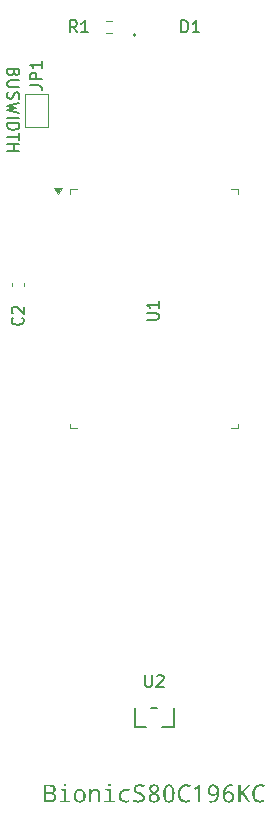
<source format=gbr>
G04 #@! TF.GenerationSoftware,KiCad,Pcbnew,9.0.6-9.0.6~ubuntu25.10.1*
G04 #@! TF.CreationDate,2025-12-22T11:42:11+09:00*
G04 #@! TF.ProjectId,bionic-s80c196kc,62696f6e-6963-42d7-9338-30633139366b,1*
G04 #@! TF.SameCoordinates,Original*
G04 #@! TF.FileFunction,Legend,Top*
G04 #@! TF.FilePolarity,Positive*
%FSLAX46Y46*%
G04 Gerber Fmt 4.6, Leading zero omitted, Abs format (unit mm)*
G04 Created by KiCad (PCBNEW 9.0.6-9.0.6~ubuntu25.10.1) date 2025-12-22 11:42:11*
%MOMM*%
%LPD*%
G01*
G04 APERTURE LIST*
%ADD10C,0.150000*%
%ADD11C,0.120000*%
%ADD12C,0.152400*%
G04 APERTURE END LIST*
D10*
G36*
X104993716Y-135930957D02*
G01*
X105106128Y-135949966D01*
X105191520Y-135978097D01*
X105255303Y-136013448D01*
X105308968Y-136062979D01*
X105348034Y-136125540D01*
X105372897Y-136203979D01*
X105381882Y-136302509D01*
X105372535Y-136386661D01*
X105345676Y-136458404D01*
X105301374Y-136520496D01*
X105242903Y-136569933D01*
X105171313Y-136605161D01*
X105083662Y-136625917D01*
X105083662Y-136636175D01*
X105195923Y-136664284D01*
X105280376Y-136704758D01*
X105342709Y-136756106D01*
X105386761Y-136818717D01*
X105414106Y-136894817D01*
X105423831Y-136988160D01*
X105414976Y-137088321D01*
X105389834Y-137173279D01*
X105349405Y-137245916D01*
X105293130Y-137308270D01*
X105225032Y-137357334D01*
X105144672Y-137393492D01*
X105049694Y-137416373D01*
X104937116Y-137424500D01*
X104397095Y-137424500D01*
X104397095Y-137261559D01*
X104588704Y-137261559D01*
X104903319Y-137261559D01*
X105009384Y-137252123D01*
X105087955Y-137226830D01*
X105145547Y-137188364D01*
X105186528Y-137136684D01*
X105212491Y-137069043D01*
X105221964Y-136980466D01*
X105212664Y-136900542D01*
X105186883Y-136838595D01*
X105145423Y-136790312D01*
X105085900Y-136753629D01*
X105003160Y-136729119D01*
X104889947Y-136719889D01*
X104588704Y-136719889D01*
X104588704Y-137261559D01*
X104397095Y-137261559D01*
X104397095Y-136556949D01*
X104588704Y-136556949D01*
X104879780Y-136556949D01*
X104985523Y-136549385D01*
X105060696Y-136529652D01*
X105112879Y-136500895D01*
X105151851Y-136458117D01*
X105176849Y-136398221D01*
X105186152Y-136315240D01*
X105176444Y-136237708D01*
X105150002Y-136181028D01*
X105107750Y-136139843D01*
X105052510Y-136112816D01*
X104972378Y-136094044D01*
X104859264Y-136086812D01*
X104588704Y-136086812D01*
X104588704Y-136556949D01*
X104397095Y-136556949D01*
X104397095Y-135923871D01*
X104847998Y-135923871D01*
X104993716Y-135930957D01*
G37*
G36*
X106166268Y-135835944D02*
G01*
X106214961Y-135843664D01*
X106247097Y-135864434D01*
X106267225Y-135898856D01*
X106274895Y-135952631D01*
X106266131Y-136006334D01*
X106242563Y-136041291D01*
X106207437Y-136063110D01*
X106166268Y-136070417D01*
X106117124Y-136062625D01*
X106084691Y-136041660D01*
X106064376Y-136006914D01*
X106056634Y-135952631D01*
X106064343Y-135898950D01*
X106084606Y-135864522D01*
X106117033Y-135843697D01*
X106166268Y-135835944D01*
G37*
G36*
X106071929Y-136445574D02*
G01*
X105796332Y-136424233D01*
X105796332Y-136299028D01*
X106258500Y-136299028D01*
X106258500Y-137277954D01*
X106619186Y-137298470D01*
X106619186Y-137424500D01*
X105719487Y-137424500D01*
X105719487Y-137298470D01*
X106071929Y-137277954D01*
X106071929Y-136445574D01*
G37*
G36*
X107516364Y-136291777D02*
G01*
X107611935Y-136321647D01*
X107697052Y-136370695D01*
X107773508Y-136440353D01*
X107834089Y-136523333D01*
X107878354Y-136619595D01*
X107906132Y-136731641D01*
X107915932Y-136862680D01*
X107906111Y-136998302D01*
X107878469Y-137112635D01*
X107834792Y-137209297D01*
X107775523Y-137291143D01*
X107700281Y-137359204D01*
X107614431Y-137407664D01*
X107515867Y-137437517D01*
X107401557Y-137447947D01*
X107293992Y-137437632D01*
X107198988Y-137407756D01*
X107113973Y-137358580D01*
X107037208Y-137288578D01*
X106976511Y-137205290D01*
X106932096Y-137108379D01*
X106904184Y-136995273D01*
X106894325Y-136862680D01*
X107086941Y-136862680D01*
X107095575Y-136992761D01*
X107118764Y-137091817D01*
X107153483Y-137166285D01*
X107198313Y-137221293D01*
X107253625Y-137260274D01*
X107321531Y-137284571D01*
X107405587Y-137293250D01*
X107489311Y-137284585D01*
X107556973Y-137260323D01*
X107612110Y-137221383D01*
X107656820Y-137166403D01*
X107691462Y-137091937D01*
X107714606Y-136992845D01*
X107723225Y-136862680D01*
X107714613Y-136734148D01*
X107691464Y-136636160D01*
X107656764Y-136562379D01*
X107611880Y-136507774D01*
X107556395Y-136469002D01*
X107488154Y-136444796D01*
X107403572Y-136436140D01*
X107319985Y-136444752D01*
X107252479Y-136468855D01*
X107197517Y-136507508D01*
X107152992Y-136562029D01*
X107118524Y-136635803D01*
X107095509Y-136733897D01*
X107086941Y-136862680D01*
X106894325Y-136862680D01*
X106904043Y-136727982D01*
X106931389Y-136614445D01*
X106974586Y-136518476D01*
X107033178Y-136437239D01*
X107107643Y-136369805D01*
X107193256Y-136321643D01*
X107292219Y-136291874D01*
X107407693Y-136281443D01*
X107516364Y-136291777D01*
G37*
G36*
X108944134Y-137424500D02*
G01*
X108944134Y-136701846D01*
X108936098Y-136614143D01*
X108914486Y-136548869D01*
X108881432Y-136500713D01*
X108836708Y-136466199D01*
X108777779Y-136444198D01*
X108700227Y-136436140D01*
X108616362Y-136444532D01*
X108548923Y-136467944D01*
X108494332Y-136505290D01*
X108450385Y-136557628D01*
X108416554Y-136628009D01*
X108394057Y-136721116D01*
X108385703Y-136842896D01*
X108385703Y-137424500D01*
X108199223Y-137424500D01*
X108199223Y-136299028D01*
X108349891Y-136299028D01*
X108377551Y-136453543D01*
X108387809Y-136453543D01*
X108434586Y-136392377D01*
X108490743Y-136345230D01*
X108557498Y-136310826D01*
X108636970Y-136289147D01*
X108732009Y-136281443D01*
X108844173Y-136290951D01*
X108932294Y-136317033D01*
X109001416Y-136357486D01*
X109055122Y-136412227D01*
X109095141Y-136483294D01*
X109121109Y-136574575D01*
X109130613Y-136691405D01*
X109130613Y-137424500D01*
X108944134Y-137424500D01*
G37*
G36*
X109942751Y-135835944D02*
G01*
X109991444Y-135843664D01*
X110023579Y-135864434D01*
X110043708Y-135898856D01*
X110051378Y-135952631D01*
X110042614Y-136006334D01*
X110019046Y-136041291D01*
X109983920Y-136063110D01*
X109942751Y-136070417D01*
X109893607Y-136062625D01*
X109861174Y-136041660D01*
X109840859Y-136006914D01*
X109833116Y-135952631D01*
X109840826Y-135898950D01*
X109861089Y-135864522D01*
X109893516Y-135843697D01*
X109942751Y-135835944D01*
G37*
G36*
X109848412Y-136445574D02*
G01*
X109572815Y-136424233D01*
X109572815Y-136299028D01*
X110034983Y-136299028D01*
X110034983Y-137277954D01*
X110395669Y-137298470D01*
X110395669Y-137424500D01*
X109495970Y-137424500D01*
X109495970Y-137298470D01*
X109848412Y-137277954D01*
X109848412Y-136445574D01*
G37*
G36*
X111640117Y-136341893D02*
G01*
X111576552Y-136503826D01*
X111472491Y-136469363D01*
X111381606Y-136450314D01*
X111301962Y-136444383D01*
X111196976Y-136453824D01*
X111113825Y-136479870D01*
X111047885Y-136520656D01*
X110996006Y-136576524D01*
X110956892Y-136649962D01*
X110931282Y-136745295D01*
X110921859Y-136868267D01*
X110931073Y-136989439D01*
X110956098Y-137083283D01*
X110994276Y-137155479D01*
X111044838Y-137210313D01*
X111109001Y-137250281D01*
X111189797Y-137275773D01*
X111291704Y-137285006D01*
X111397886Y-137278181D01*
X111507227Y-137257300D01*
X111620608Y-137221442D01*
X111620608Y-137385390D01*
X111527009Y-137418837D01*
X111415704Y-137440282D01*
X111283461Y-137447947D01*
X111152647Y-137437556D01*
X111043339Y-137408347D01*
X110951635Y-137362077D01*
X110874599Y-137298837D01*
X110813566Y-137220413D01*
X110768349Y-137125374D01*
X110739495Y-137010309D01*
X110729152Y-136870831D01*
X110736044Y-136753118D01*
X110755451Y-136652757D01*
X110785931Y-136567178D01*
X110826708Y-136494199D01*
X110877713Y-136432110D01*
X110956244Y-136368306D01*
X111049918Y-136321538D01*
X111161775Y-136291971D01*
X111295826Y-136281443D01*
X111416275Y-136288292D01*
X111530736Y-136308512D01*
X111640117Y-136341893D01*
G37*
G36*
X111956197Y-137378154D02*
G01*
X111956197Y-137196804D01*
X112102347Y-137246600D01*
X112243338Y-137275548D01*
X112380447Y-137285006D01*
X112505818Y-137275707D01*
X112596169Y-137251241D01*
X112659909Y-137215216D01*
X112703292Y-137168809D01*
X112729711Y-137110551D01*
X112739118Y-137036611D01*
X112730545Y-136968953D01*
X112706424Y-136915363D01*
X112666853Y-136872480D01*
X112614468Y-136838459D01*
X112522260Y-136793822D01*
X112374311Y-136736101D01*
X112235563Y-136677935D01*
X112136388Y-136618038D01*
X112068396Y-136557132D01*
X112028728Y-136502698D01*
X111999937Y-136440535D01*
X111981997Y-136369204D01*
X111975706Y-136286847D01*
X111984398Y-136200218D01*
X112009254Y-136126349D01*
X112049790Y-136062605D01*
X112107323Y-136007311D01*
X112174939Y-135965253D01*
X112255906Y-135933719D01*
X112352762Y-135913515D01*
X112468558Y-135906286D01*
X112623377Y-135915558D01*
X112764864Y-135942490D01*
X112894823Y-135986245D01*
X112829243Y-136154223D01*
X112695497Y-136108489D01*
X112573126Y-136082604D01*
X112460406Y-136074356D01*
X112356097Y-136082278D01*
X112280664Y-136103167D01*
X112227192Y-136134050D01*
X112190587Y-136174043D01*
X112168177Y-136224525D01*
X112160171Y-136288862D01*
X112168045Y-136355705D01*
X112190459Y-136410902D01*
X112227307Y-136457115D01*
X112276808Y-136493869D01*
X112364102Y-136538876D01*
X112504462Y-136593494D01*
X112670982Y-136662516D01*
X112777789Y-136724444D01*
X112841059Y-136779698D01*
X112887145Y-136847956D01*
X112915573Y-136929029D01*
X112925597Y-137026353D01*
X112916193Y-137122121D01*
X112889311Y-137203858D01*
X112845552Y-137274419D01*
X112783631Y-137335656D01*
X112710740Y-137382036D01*
X112621551Y-137417101D01*
X112512773Y-137439771D01*
X112380447Y-137447947D01*
X112199268Y-137438785D01*
X112060621Y-137414294D01*
X111956197Y-137378154D01*
G37*
G36*
X113793649Y-135907125D02*
G01*
X113874491Y-135926151D01*
X113944377Y-135956472D01*
X114004998Y-135997877D01*
X114055909Y-136050610D01*
X114091970Y-136110979D01*
X114114127Y-136180507D01*
X114121868Y-136261476D01*
X114111686Y-136349417D01*
X114081747Y-136428362D01*
X114031165Y-136500688D01*
X113956771Y-136567735D01*
X113853415Y-136629672D01*
X113960604Y-136693854D01*
X114041144Y-136758882D01*
X114099487Y-136824733D01*
X114139104Y-136891900D01*
X114162297Y-136961396D01*
X114170045Y-137034688D01*
X114161524Y-137125709D01*
X114137060Y-137204576D01*
X114097182Y-137273679D01*
X114040902Y-137334649D01*
X113973606Y-137382832D01*
X113895719Y-137418056D01*
X113805265Y-137440156D01*
X113699725Y-137447947D01*
X113588538Y-137440359D01*
X113495904Y-137419146D01*
X113418680Y-137385932D01*
X113354335Y-137341335D01*
X113301021Y-137283906D01*
X113262705Y-137216499D01*
X113238838Y-137137123D01*
X113230412Y-137042931D01*
X113412862Y-137042931D01*
X113421214Y-137120277D01*
X113444135Y-137179440D01*
X113480388Y-137224745D01*
X113531460Y-137258545D01*
X113601286Y-137280812D01*
X113695695Y-137289128D01*
X113786267Y-137280748D01*
X113856652Y-137257783D01*
X113911300Y-137221992D01*
X113952988Y-137172550D01*
X113978584Y-137111333D01*
X113987687Y-137034780D01*
X113980540Y-136975679D01*
X113959330Y-136921667D01*
X113923116Y-136871198D01*
X113876344Y-136828050D01*
X113805514Y-136779229D01*
X113703847Y-136724011D01*
X113673072Y-136709631D01*
X113571313Y-136768258D01*
X113499041Y-136830332D01*
X113450628Y-136895888D01*
X113422374Y-136966049D01*
X113412862Y-137042931D01*
X113230412Y-137042931D01*
X113238228Y-136959151D01*
X113261033Y-136883651D01*
X113298794Y-136814678D01*
X113352713Y-136751004D01*
X113425132Y-136692032D01*
X113519382Y-136637824D01*
X113427509Y-136570254D01*
X113360630Y-136499460D01*
X113314849Y-136424978D01*
X113287749Y-136345579D01*
X113279747Y-136270269D01*
X113460947Y-136270269D01*
X113466862Y-136329670D01*
X113483859Y-136380952D01*
X113511689Y-136425790D01*
X113549596Y-136463652D01*
X113610502Y-136506108D01*
X113701832Y-136553743D01*
X113795856Y-136503346D01*
X113861926Y-136450196D01*
X113905707Y-136394408D01*
X113931028Y-136335062D01*
X113939510Y-136270269D01*
X113931710Y-136204614D01*
X113910000Y-136153428D01*
X113874939Y-136113282D01*
X113828993Y-136084370D01*
X113771001Y-136065927D01*
X113697710Y-136059243D01*
X113627168Y-136065854D01*
X113570564Y-136084229D01*
X113524969Y-136113282D01*
X113490234Y-136153385D01*
X113468693Y-136204568D01*
X113460947Y-136270269D01*
X113279747Y-136270269D01*
X113278589Y-136259370D01*
X113286451Y-136179094D01*
X113308992Y-136110052D01*
X113345785Y-136049960D01*
X113397932Y-135997327D01*
X113459886Y-135955850D01*
X113529823Y-135925715D01*
X113609170Y-135906972D01*
X113699725Y-135900424D01*
X113793649Y-135907125D01*
G37*
G36*
X115049220Y-135908805D02*
G01*
X115129463Y-135932827D01*
X115199651Y-135971859D01*
X115261451Y-136026688D01*
X115315666Y-136099452D01*
X115364677Y-136199187D01*
X115402798Y-136324514D01*
X115427940Y-136480671D01*
X115437116Y-136673636D01*
X115428437Y-136867762D01*
X115404747Y-137023394D01*
X115369043Y-137146798D01*
X115323530Y-137243505D01*
X115269476Y-137318177D01*
X115207101Y-137374409D01*
X115135538Y-137414501D01*
X115052916Y-137439267D01*
X114956538Y-137447947D01*
X114865231Y-137439610D01*
X114785982Y-137415681D01*
X114716463Y-137376731D01*
X114655050Y-137321906D01*
X114600981Y-137249011D01*
X114552231Y-137149281D01*
X114514277Y-137023791D01*
X114489228Y-136867252D01*
X114480081Y-136673636D01*
X114480101Y-136673178D01*
X114669583Y-136673178D01*
X114675249Y-136845671D01*
X114690303Y-136976834D01*
X114712156Y-137074328D01*
X114738734Y-137144964D01*
X114779894Y-137209978D01*
X114828879Y-137253822D01*
X114886803Y-137280012D01*
X114956538Y-137289128D01*
X115027273Y-137279961D01*
X115086099Y-137253630D01*
X115135898Y-137209597D01*
X115177822Y-137144414D01*
X115205051Y-137073475D01*
X115227389Y-136975905D01*
X115242753Y-136844991D01*
X115248530Y-136673178D01*
X115242764Y-136502511D01*
X115227419Y-136372229D01*
X115205083Y-136274910D01*
X115177822Y-136203957D01*
X115135898Y-136138774D01*
X115086099Y-136094741D01*
X115027273Y-136068410D01*
X114956538Y-136059243D01*
X114886772Y-136068339D01*
X114828839Y-136094463D01*
X114779868Y-136138173D01*
X114738734Y-136202949D01*
X114712156Y-136273327D01*
X114690303Y-136370484D01*
X114675249Y-136501217D01*
X114669583Y-136673178D01*
X114480101Y-136673178D01*
X114488712Y-136479507D01*
X114512266Y-136323943D01*
X114547749Y-136200664D01*
X114592956Y-136104124D01*
X114646606Y-136029646D01*
X114708463Y-135973612D01*
X114779369Y-135933696D01*
X114861170Y-135909057D01*
X114956538Y-135900424D01*
X115049220Y-135908805D01*
G37*
G36*
X116739999Y-137220435D02*
G01*
X116739999Y-137387222D01*
X116638473Y-137419595D01*
X116517337Y-137440467D01*
X116373177Y-137447947D01*
X116246136Y-137438991D01*
X116136674Y-137413556D01*
X116041968Y-137373031D01*
X115959758Y-137317736D01*
X115888477Y-137246904D01*
X115831319Y-137165494D01*
X115785163Y-137070054D01*
X115750445Y-136958406D01*
X115728279Y-136827914D01*
X115720407Y-136675559D01*
X115728680Y-136531450D01*
X115752229Y-136405495D01*
X115789630Y-136295197D01*
X115840149Y-136198421D01*
X115903772Y-136113465D01*
X115981341Y-136039814D01*
X116068594Y-135982674D01*
X116166886Y-135941137D01*
X116278166Y-135915304D01*
X116404867Y-135906286D01*
X116553007Y-135916707D01*
X116682870Y-135946523D01*
X116797335Y-135994397D01*
X116717376Y-136154223D01*
X116610048Y-136109006D01*
X116506315Y-136082879D01*
X116404867Y-136074356D01*
X116298007Y-136084987D01*
X116205630Y-136115552D01*
X116124748Y-136165619D01*
X116053432Y-136236838D01*
X115998419Y-136320733D01*
X115957537Y-136420036D01*
X115931532Y-136537646D01*
X115922274Y-136677116D01*
X115931335Y-136826561D01*
X115956324Y-136948055D01*
X115994727Y-137046411D01*
X116045189Y-137125638D01*
X116112056Y-137191775D01*
X116192283Y-137239422D01*
X116288593Y-137269268D01*
X116404959Y-137279877D01*
X116493117Y-137274285D01*
X116603386Y-137255566D01*
X116739999Y-137220435D01*
G37*
G36*
X117623761Y-137424500D02*
G01*
X117443418Y-137424500D01*
X117443418Y-136487614D01*
X117451661Y-136117129D01*
X117327647Y-136233266D01*
X117176980Y-136357647D01*
X117077604Y-136231251D01*
X117470071Y-135923871D01*
X117623761Y-135923871D01*
X117623761Y-137424500D01*
G37*
G36*
X118807022Y-135913635D02*
G01*
X118885353Y-135934851D01*
X118955444Y-135969431D01*
X119018647Y-136017883D01*
X119075754Y-136081683D01*
X119130329Y-136171483D01*
X119171470Y-136279930D01*
X119197954Y-136410621D01*
X119207462Y-136567848D01*
X119198566Y-136761066D01*
X119173912Y-136921192D01*
X119136078Y-137053083D01*
X119086929Y-137161045D01*
X119027519Y-137248727D01*
X118958021Y-137318989D01*
X118877711Y-137373752D01*
X118785017Y-137413868D01*
X118677637Y-137439063D01*
X118552678Y-137447947D01*
X118450069Y-137442827D01*
X118376456Y-137429537D01*
X118376456Y-137269619D01*
X118450124Y-137292844D01*
X118546541Y-137301401D01*
X118659775Y-137291339D01*
X118752466Y-137263191D01*
X118828691Y-137218569D01*
X118891290Y-137157054D01*
X118937941Y-137083349D01*
X118975780Y-136986325D01*
X119003035Y-136860466D01*
X119016861Y-136699281D01*
X119004588Y-136699281D01*
X118960215Y-136762304D01*
X118907771Y-136810126D01*
X118846392Y-136844515D01*
X118774297Y-136865932D01*
X118688965Y-136873488D01*
X118590864Y-136865158D01*
X118507897Y-136841570D01*
X118437259Y-136803814D01*
X118376914Y-136751580D01*
X118329123Y-136687715D01*
X118293926Y-136611945D01*
X118271637Y-136521937D01*
X118263742Y-136415166D01*
X118444051Y-136415166D01*
X118452878Y-136512994D01*
X118476946Y-136588323D01*
X118514209Y-136646159D01*
X118566060Y-136690056D01*
X118631452Y-136717213D01*
X118714519Y-136726942D01*
X118797892Y-136717257D01*
X118869754Y-136689238D01*
X118932781Y-136642587D01*
X118982872Y-136582015D01*
X119011433Y-136518965D01*
X119020891Y-136451436D01*
X119011402Y-136349790D01*
X118983960Y-136260124D01*
X118938917Y-136180052D01*
X118893502Y-136128835D01*
X118842848Y-136093570D01*
X118785867Y-136072398D01*
X118720656Y-136065105D01*
X118637521Y-136075718D01*
X118570869Y-136105737D01*
X118516774Y-136155230D01*
X118478422Y-136219344D01*
X118453328Y-136304030D01*
X118444051Y-136415166D01*
X118263742Y-136415166D01*
X118263708Y-136414708D01*
X118272324Y-136297126D01*
X118296593Y-136197903D01*
X118334988Y-136113902D01*
X118387173Y-136042665D01*
X118453261Y-135983657D01*
X118529114Y-135941485D01*
X118616660Y-135915417D01*
X118718641Y-135906286D01*
X118807022Y-135913635D01*
G37*
G36*
X120279124Y-135911676D02*
G01*
X120353541Y-135925795D01*
X120353541Y-136084614D01*
X120277516Y-136070316D01*
X120183457Y-136065105D01*
X120070118Y-136075084D01*
X119977377Y-136102983D01*
X119901161Y-136147166D01*
X119838616Y-136207987D01*
X119791967Y-136280933D01*
X119754162Y-136376924D01*
X119726945Y-136501409D01*
X119713137Y-136660813D01*
X119725410Y-136660813D01*
X119769402Y-136597810D01*
X119821542Y-136549999D01*
X119882701Y-136515607D01*
X119954677Y-136494173D01*
X120040025Y-136486607D01*
X120138644Y-136494978D01*
X120221925Y-136518670D01*
X120292716Y-136556568D01*
X120353083Y-136608973D01*
X120401012Y-136673041D01*
X120436200Y-136748510D01*
X120458410Y-136837584D01*
X120466290Y-136943097D01*
X120457673Y-137060057D01*
X120433405Y-137158670D01*
X120395016Y-137242083D01*
X120342825Y-137312758D01*
X120276811Y-137371198D01*
X120200986Y-137413012D01*
X120113413Y-137438882D01*
X120011357Y-137447947D01*
X119923795Y-137440721D01*
X119845915Y-137419834D01*
X119775980Y-137385757D01*
X119712684Y-137337993D01*
X119655251Y-137275114D01*
X119600487Y-137186558D01*
X119559025Y-137078332D01*
X119532206Y-136946508D01*
X119529771Y-136906186D01*
X119709015Y-136906186D01*
X119718630Y-137007501D01*
X119746408Y-137096528D01*
X119791996Y-137175738D01*
X119837849Y-137226336D01*
X119888522Y-137261132D01*
X119945055Y-137281971D01*
X120009250Y-137289128D01*
X120091717Y-137278538D01*
X120158260Y-137248497D01*
X120212674Y-137198819D01*
X120251476Y-137134546D01*
X120276683Y-137050813D01*
X120285947Y-136942181D01*
X120277118Y-136845245D01*
X120253033Y-136770574D01*
X120215697Y-136713203D01*
X120163957Y-136669746D01*
X120098573Y-136642813D01*
X120015387Y-136633153D01*
X119931934Y-136642720D01*
X119860068Y-136670370D01*
X119797126Y-136716317D01*
X119747077Y-136776092D01*
X119718499Y-136838705D01*
X119709015Y-136906186D01*
X119529771Y-136906186D01*
X119522536Y-136786385D01*
X119531432Y-136593166D01*
X119556086Y-136433041D01*
X119593920Y-136301149D01*
X119643069Y-136193188D01*
X119702479Y-136105506D01*
X119771977Y-136035243D01*
X119852287Y-135980481D01*
X119944980Y-135940365D01*
X120052360Y-135915169D01*
X120177320Y-135906286D01*
X120279124Y-135911676D01*
G37*
G36*
X121851147Y-137424500D02*
G01*
X121634900Y-137424500D01*
X121173831Y-136708074D01*
X121030308Y-136825036D01*
X121030308Y-137424500D01*
X120839798Y-137424500D01*
X120839798Y-135923871D01*
X121030308Y-135923871D01*
X121030308Y-136674185D01*
X121154322Y-136501719D01*
X121618506Y-135923871D01*
X121832645Y-135923871D01*
X121298853Y-136577740D01*
X121851147Y-137424500D01*
G37*
G36*
X123034137Y-137220435D02*
G01*
X123034137Y-137387222D01*
X122932611Y-137419595D01*
X122811475Y-137440467D01*
X122667315Y-137447947D01*
X122540274Y-137438991D01*
X122430812Y-137413556D01*
X122336106Y-137373031D01*
X122253896Y-137317736D01*
X122182615Y-137246904D01*
X122125457Y-137165494D01*
X122079302Y-137070054D01*
X122044584Y-136958406D01*
X122022417Y-136827914D01*
X122014545Y-136675559D01*
X122022818Y-136531450D01*
X122046367Y-136405495D01*
X122083768Y-136295197D01*
X122134287Y-136198421D01*
X122197911Y-136113465D01*
X122275479Y-136039814D01*
X122362732Y-135982674D01*
X122461024Y-135941137D01*
X122572304Y-135915304D01*
X122699005Y-135906286D01*
X122847145Y-135916707D01*
X122977008Y-135946523D01*
X123091473Y-135994397D01*
X123011514Y-136154223D01*
X122904186Y-136109006D01*
X122800454Y-136082879D01*
X122699005Y-136074356D01*
X122592145Y-136084987D01*
X122499768Y-136115552D01*
X122418887Y-136165619D01*
X122347570Y-136236838D01*
X122292557Y-136320733D01*
X122251675Y-136420036D01*
X122225670Y-136537646D01*
X122216412Y-136677116D01*
X122225474Y-136826561D01*
X122250463Y-136948055D01*
X122288865Y-137046411D01*
X122339327Y-137125638D01*
X122406194Y-137191775D01*
X122486421Y-137239422D01*
X122582732Y-137269268D01*
X122699097Y-137279877D01*
X122787256Y-137274285D01*
X122897524Y-137255566D01*
X123034137Y-137220435D01*
G37*
X101805590Y-75645543D02*
X101757971Y-75788400D01*
X101757971Y-75788400D02*
X101710352Y-75836019D01*
X101710352Y-75836019D02*
X101615114Y-75883638D01*
X101615114Y-75883638D02*
X101472257Y-75883638D01*
X101472257Y-75883638D02*
X101377019Y-75836019D01*
X101377019Y-75836019D02*
X101329400Y-75788400D01*
X101329400Y-75788400D02*
X101281780Y-75693162D01*
X101281780Y-75693162D02*
X101281780Y-75312210D01*
X101281780Y-75312210D02*
X102281780Y-75312210D01*
X102281780Y-75312210D02*
X102281780Y-75645543D01*
X102281780Y-75645543D02*
X102234161Y-75740781D01*
X102234161Y-75740781D02*
X102186542Y-75788400D01*
X102186542Y-75788400D02*
X102091304Y-75836019D01*
X102091304Y-75836019D02*
X101996066Y-75836019D01*
X101996066Y-75836019D02*
X101900828Y-75788400D01*
X101900828Y-75788400D02*
X101853209Y-75740781D01*
X101853209Y-75740781D02*
X101805590Y-75645543D01*
X101805590Y-75645543D02*
X101805590Y-75312210D01*
X102281780Y-76312210D02*
X101472257Y-76312210D01*
X101472257Y-76312210D02*
X101377019Y-76359829D01*
X101377019Y-76359829D02*
X101329400Y-76407448D01*
X101329400Y-76407448D02*
X101281780Y-76502686D01*
X101281780Y-76502686D02*
X101281780Y-76693162D01*
X101281780Y-76693162D02*
X101329400Y-76788400D01*
X101329400Y-76788400D02*
X101377019Y-76836019D01*
X101377019Y-76836019D02*
X101472257Y-76883638D01*
X101472257Y-76883638D02*
X102281780Y-76883638D01*
X101329400Y-77312210D02*
X101281780Y-77455067D01*
X101281780Y-77455067D02*
X101281780Y-77693162D01*
X101281780Y-77693162D02*
X101329400Y-77788400D01*
X101329400Y-77788400D02*
X101377019Y-77836019D01*
X101377019Y-77836019D02*
X101472257Y-77883638D01*
X101472257Y-77883638D02*
X101567495Y-77883638D01*
X101567495Y-77883638D02*
X101662733Y-77836019D01*
X101662733Y-77836019D02*
X101710352Y-77788400D01*
X101710352Y-77788400D02*
X101757971Y-77693162D01*
X101757971Y-77693162D02*
X101805590Y-77502686D01*
X101805590Y-77502686D02*
X101853209Y-77407448D01*
X101853209Y-77407448D02*
X101900828Y-77359829D01*
X101900828Y-77359829D02*
X101996066Y-77312210D01*
X101996066Y-77312210D02*
X102091304Y-77312210D01*
X102091304Y-77312210D02*
X102186542Y-77359829D01*
X102186542Y-77359829D02*
X102234161Y-77407448D01*
X102234161Y-77407448D02*
X102281780Y-77502686D01*
X102281780Y-77502686D02*
X102281780Y-77740781D01*
X102281780Y-77740781D02*
X102234161Y-77883638D01*
X102281780Y-78216972D02*
X101281780Y-78455067D01*
X101281780Y-78455067D02*
X101996066Y-78645543D01*
X101996066Y-78645543D02*
X101281780Y-78836019D01*
X101281780Y-78836019D02*
X102281780Y-79074115D01*
X101281780Y-79455067D02*
X102281780Y-79455067D01*
X101281780Y-79931257D02*
X102281780Y-79931257D01*
X102281780Y-79931257D02*
X102281780Y-80169352D01*
X102281780Y-80169352D02*
X102234161Y-80312209D01*
X102234161Y-80312209D02*
X102138923Y-80407447D01*
X102138923Y-80407447D02*
X102043685Y-80455066D01*
X102043685Y-80455066D02*
X101853209Y-80502685D01*
X101853209Y-80502685D02*
X101710352Y-80502685D01*
X101710352Y-80502685D02*
X101519876Y-80455066D01*
X101519876Y-80455066D02*
X101424638Y-80407447D01*
X101424638Y-80407447D02*
X101329400Y-80312209D01*
X101329400Y-80312209D02*
X101281780Y-80169352D01*
X101281780Y-80169352D02*
X101281780Y-79931257D01*
X102281780Y-80788400D02*
X102281780Y-81359828D01*
X101281780Y-81074114D02*
X102281780Y-81074114D01*
X101281780Y-81693162D02*
X102281780Y-81693162D01*
X101805590Y-81693162D02*
X101805590Y-82264590D01*
X101281780Y-82264590D02*
X102281780Y-82264590D01*
X107157933Y-72232819D02*
X106824600Y-71756628D01*
X106586505Y-72232819D02*
X106586505Y-71232819D01*
X106586505Y-71232819D02*
X106967457Y-71232819D01*
X106967457Y-71232819D02*
X107062695Y-71280438D01*
X107062695Y-71280438D02*
X107110314Y-71328057D01*
X107110314Y-71328057D02*
X107157933Y-71423295D01*
X107157933Y-71423295D02*
X107157933Y-71566152D01*
X107157933Y-71566152D02*
X107110314Y-71661390D01*
X107110314Y-71661390D02*
X107062695Y-71709009D01*
X107062695Y-71709009D02*
X106967457Y-71756628D01*
X106967457Y-71756628D02*
X106586505Y-71756628D01*
X108110314Y-72232819D02*
X107538886Y-72232819D01*
X107824600Y-72232819D02*
X107824600Y-71232819D01*
X107824600Y-71232819D02*
X107729362Y-71375676D01*
X107729362Y-71375676D02*
X107634124Y-71470914D01*
X107634124Y-71470914D02*
X107538886Y-71518533D01*
X113078619Y-96593704D02*
X113888142Y-96593704D01*
X113888142Y-96593704D02*
X113983380Y-96546085D01*
X113983380Y-96546085D02*
X114031000Y-96498466D01*
X114031000Y-96498466D02*
X114078619Y-96403228D01*
X114078619Y-96403228D02*
X114078619Y-96212752D01*
X114078619Y-96212752D02*
X114031000Y-96117514D01*
X114031000Y-96117514D02*
X113983380Y-96069895D01*
X113983380Y-96069895D02*
X113888142Y-96022276D01*
X113888142Y-96022276D02*
X113078619Y-96022276D01*
X114078619Y-95022276D02*
X114078619Y-95593704D01*
X114078619Y-95307990D02*
X113078619Y-95307990D01*
X113078619Y-95307990D02*
X113221476Y-95403228D01*
X113221476Y-95403228D02*
X113316714Y-95498466D01*
X113316714Y-95498466D02*
X113364333Y-95593704D01*
X116009905Y-72232819D02*
X116009905Y-71232819D01*
X116009905Y-71232819D02*
X116248000Y-71232819D01*
X116248000Y-71232819D02*
X116390857Y-71280438D01*
X116390857Y-71280438D02*
X116486095Y-71375676D01*
X116486095Y-71375676D02*
X116533714Y-71470914D01*
X116533714Y-71470914D02*
X116581333Y-71661390D01*
X116581333Y-71661390D02*
X116581333Y-71804247D01*
X116581333Y-71804247D02*
X116533714Y-71994723D01*
X116533714Y-71994723D02*
X116486095Y-72089961D01*
X116486095Y-72089961D02*
X116390857Y-72185200D01*
X116390857Y-72185200D02*
X116248000Y-72232819D01*
X116248000Y-72232819D02*
X116009905Y-72232819D01*
X117533714Y-72232819D02*
X116962286Y-72232819D01*
X117248000Y-72232819D02*
X117248000Y-71232819D01*
X117248000Y-71232819D02*
X117152762Y-71375676D01*
X117152762Y-71375676D02*
X117057524Y-71470914D01*
X117057524Y-71470914D02*
X116962286Y-71518533D01*
X103198019Y-76702633D02*
X103912304Y-76702633D01*
X103912304Y-76702633D02*
X104055161Y-76750252D01*
X104055161Y-76750252D02*
X104150400Y-76845490D01*
X104150400Y-76845490D02*
X104198019Y-76988347D01*
X104198019Y-76988347D02*
X104198019Y-77083585D01*
X104198019Y-76226442D02*
X103198019Y-76226442D01*
X103198019Y-76226442D02*
X103198019Y-75845490D01*
X103198019Y-75845490D02*
X103245638Y-75750252D01*
X103245638Y-75750252D02*
X103293257Y-75702633D01*
X103293257Y-75702633D02*
X103388495Y-75655014D01*
X103388495Y-75655014D02*
X103531352Y-75655014D01*
X103531352Y-75655014D02*
X103626590Y-75702633D01*
X103626590Y-75702633D02*
X103674209Y-75750252D01*
X103674209Y-75750252D02*
X103721828Y-75845490D01*
X103721828Y-75845490D02*
X103721828Y-76226442D01*
X104198019Y-74702633D02*
X104198019Y-75274061D01*
X104198019Y-74988347D02*
X103198019Y-74988347D01*
X103198019Y-74988347D02*
X103340876Y-75083585D01*
X103340876Y-75083585D02*
X103436114Y-75178823D01*
X103436114Y-75178823D02*
X103483733Y-75274061D01*
X102553380Y-96404866D02*
X102601000Y-96452485D01*
X102601000Y-96452485D02*
X102648619Y-96595342D01*
X102648619Y-96595342D02*
X102648619Y-96690580D01*
X102648619Y-96690580D02*
X102601000Y-96833437D01*
X102601000Y-96833437D02*
X102505761Y-96928675D01*
X102505761Y-96928675D02*
X102410523Y-96976294D01*
X102410523Y-96976294D02*
X102220047Y-97023913D01*
X102220047Y-97023913D02*
X102077190Y-97023913D01*
X102077190Y-97023913D02*
X101886714Y-96976294D01*
X101886714Y-96976294D02*
X101791476Y-96928675D01*
X101791476Y-96928675D02*
X101696238Y-96833437D01*
X101696238Y-96833437D02*
X101648619Y-96690580D01*
X101648619Y-96690580D02*
X101648619Y-96595342D01*
X101648619Y-96595342D02*
X101696238Y-96452485D01*
X101696238Y-96452485D02*
X101743857Y-96404866D01*
X101743857Y-96023913D02*
X101696238Y-95976294D01*
X101696238Y-95976294D02*
X101648619Y-95881056D01*
X101648619Y-95881056D02*
X101648619Y-95642961D01*
X101648619Y-95642961D02*
X101696238Y-95547723D01*
X101696238Y-95547723D02*
X101743857Y-95500104D01*
X101743857Y-95500104D02*
X101839095Y-95452485D01*
X101839095Y-95452485D02*
X101934333Y-95452485D01*
X101934333Y-95452485D02*
X102077190Y-95500104D01*
X102077190Y-95500104D02*
X102648619Y-96071532D01*
X102648619Y-96071532D02*
X102648619Y-95452485D01*
X112938095Y-126654819D02*
X112938095Y-127464342D01*
X112938095Y-127464342D02*
X112985714Y-127559580D01*
X112985714Y-127559580D02*
X113033333Y-127607200D01*
X113033333Y-127607200D02*
X113128571Y-127654819D01*
X113128571Y-127654819D02*
X113319047Y-127654819D01*
X113319047Y-127654819D02*
X113414285Y-127607200D01*
X113414285Y-127607200D02*
X113461904Y-127559580D01*
X113461904Y-127559580D02*
X113509523Y-127464342D01*
X113509523Y-127464342D02*
X113509523Y-126654819D01*
X113938095Y-126750057D02*
X113985714Y-126702438D01*
X113985714Y-126702438D02*
X114080952Y-126654819D01*
X114080952Y-126654819D02*
X114319047Y-126654819D01*
X114319047Y-126654819D02*
X114414285Y-126702438D01*
X114414285Y-126702438D02*
X114461904Y-126750057D01*
X114461904Y-126750057D02*
X114509523Y-126845295D01*
X114509523Y-126845295D02*
X114509523Y-126940533D01*
X114509523Y-126940533D02*
X114461904Y-127083390D01*
X114461904Y-127083390D02*
X113890476Y-127654819D01*
X113890476Y-127654819D02*
X114509523Y-127654819D01*
D11*
X110146624Y-71255500D02*
X109637176Y-71255500D01*
X110146624Y-72300500D02*
X109637176Y-72300500D01*
X106590000Y-85518600D02*
X107165000Y-85518600D01*
X106590000Y-85893600D02*
X106590000Y-85518600D01*
X106590000Y-105738600D02*
X106590000Y-105363600D01*
X107165000Y-105738600D02*
X106590000Y-105738600D01*
X120235000Y-85518600D02*
X120810000Y-85518600D01*
X120810000Y-85518600D02*
X120810000Y-85893600D01*
X120810000Y-105363600D02*
X120810000Y-105738600D01*
X120810000Y-105738600D02*
X120235000Y-105738600D01*
X105570000Y-85888600D02*
X105230000Y-85418600D01*
X105910000Y-85418600D01*
X105570000Y-85888600D01*
G36*
X105570000Y-85888600D02*
G01*
X105230000Y-85418600D01*
X105910000Y-85418600D01*
X105570000Y-85888600D01*
G37*
D12*
X112125200Y-72463800D02*
G75*
G02*
X111972800Y-72463800I-76200J0D01*
G01*
X111972800Y-72463800D02*
G75*
G02*
X112125200Y-72463800I76200J0D01*
G01*
D11*
X102743200Y-77452700D02*
X104743200Y-77452700D01*
X102743200Y-80252700D02*
X102743200Y-77452700D01*
X104743200Y-77452700D02*
X104743200Y-80252700D01*
X104743200Y-80252700D02*
X102743200Y-80252700D01*
X101683800Y-93717467D02*
X101683800Y-93424933D01*
X102703800Y-93717467D02*
X102703800Y-93424933D01*
D12*
X112048000Y-129421000D02*
X112048000Y-131075000D01*
X112048000Y-131075000D02*
X113037060Y-131075000D01*
X113987061Y-129421000D02*
X113412939Y-129421000D01*
X114362940Y-131075000D02*
X115352000Y-131075000D01*
X115352000Y-131075000D02*
X115352000Y-129421000D01*
M02*

</source>
